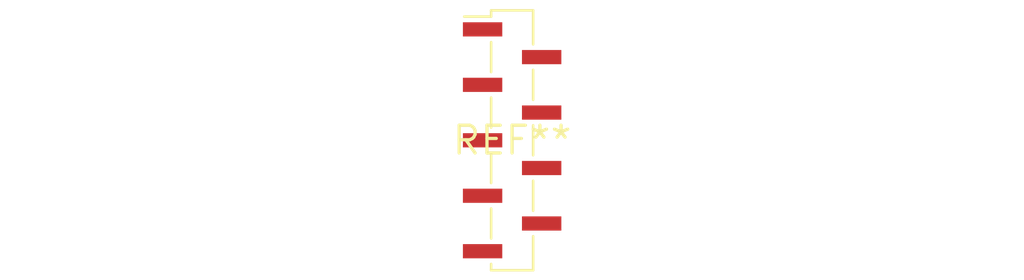
<source format=kicad_pcb>
(kicad_pcb (version 20240108) (generator pcbnew)
  (layers (0 "F.Cu" signal) (31 "B.Cu" signal) (34 "B.Paste" user) (35 "F.Paste" user) (36 "B.SilkS" user "B.Silkscreen") (37 "F.SilkS" user "F.Silkscreen") (38 "B.Mask" user) (39 "F.Mask" user) (44 "Edge.Cuts" user))
  (net 0 "")
  (footprint "PinSocket_1x09_P1.27mm_Vertical_SMD_Pin1Left" (layer "F.Cu") (at 0 0)
    (property "Reference" "REF**")
    (property "Value" "PinSocket_1x09_P1.27mm_Vertical_SMD_Pin1Left")
    (fp_line (start -2.19 -5.665) (end -0.96 -5.665) (layer "F.SilkS") (stroke (width 0.12)))
    (fp_line (start -0.96 -5.95) (end -0.96 -5.665) (layer "F.SilkS") (stroke (width 0.12)))
    (fp_line (start -0.96 -5.95) (end 0.96 -5.95) (layer "F.SilkS") (stroke (width 0.12)))
    (fp_line (start -0.96 -4.495) (end -0.96 -3.125) (layer "F.SilkS") (stroke (width 0.12)))
    (fp_line (start -0.96 -1.955) (end -0.96 -0.585) (layer "F.SilkS") (stroke (width 0.12)))
    (fp_line (start -0.96 0.585) (end -0.96 1.955) (layer "F.SilkS") (stroke (width 0.12)))
    (fp_line (start -0.96 3.125) (end -0.96 4.495) (layer "F.SilkS") (stroke (width 0.12)))
    (fp_line (start -0.96 5.665) (end -0.96 5.95) (layer "F.SilkS") (stroke (width 0.12)))
    (fp_line (start -0.96 5.95) (end 0.96 5.95) (layer "F.SilkS") (stroke (width 0.12)))
    (fp_line (start 0.96 -5.95) (end 0.96 -4.395) (layer "F.SilkS") (stroke (width 0.12)))
    (fp_line (start 0.96 -3.225) (end 0.96 -1.855) (layer "F.SilkS") (stroke (width 0.12)))
    (fp_line (start 0.96 -0.685) (end 0.96 0.685) (layer "F.SilkS") (stroke (width 0.12)))
    (fp_line (start 0.96 1.855) (end 0.96 3.225) (layer "F.SilkS") (stroke (width 0.12)))
    (fp_line (start 0.96 4.395) (end 0.96 5.95) (layer "F.SilkS") (stroke (width 0.12)))
    (pad "1" smd rect (at -1.35 -5.08) (size 1.8 0.65) (layers "F.Cu" "F.Paste" "F.Mask"))
    (pad "2" smd rect (at 1.35 -3.81) (size 1.8 0.65) (layers "F.Cu" "F.Paste" "F.Mask"))
    (pad "3" smd rect (at -1.35 -2.54) (size 1.8 0.65) (layers "F.Cu" "F.Paste" "F.Mask"))
    (pad "4" smd rect (at 1.35 -1.27) (size 1.8 0.65) (layers "F.Cu" "F.Paste" "F.Mask"))
    (pad "5" smd rect (at -1.35 0) (size 1.8 0.65) (layers "F.Cu" "F.Paste" "F.Mask"))
    (pad "6" smd rect (at 1.35 1.27) (size 1.8 0.65) (layers "F.Cu" "F.Paste" "F.Mask"))
    (pad "7" smd rect (at -1.35 2.54) (size 1.8 0.65) (layers "F.Cu" "F.Paste" "F.Mask"))
    (pad "8" smd rect (at 1.35 3.81) (size 1.8 0.65) (layers "F.Cu" "F.Paste" "F.Mask"))
    (pad "9" smd rect (at -1.35 5.08) (size 1.8 0.65) (layers "F.Cu" "F.Paste" "F.Mask"))
  )
)
</source>
